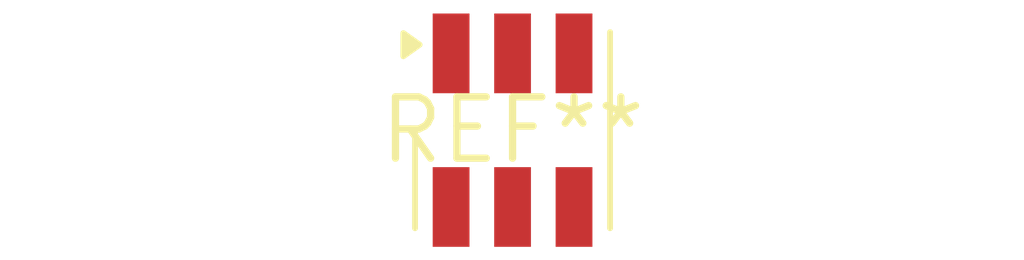
<source format=kicad_pcb>
(kicad_pcb (version 20240108) (generator pcbnew)
  (layers (0 "F.Cu" signal) (31 "B.Cu" signal) (34 "B.Paste" user) (35 "F.Paste" user) (36 "B.SilkS" user "B.Silkscreen") (37 "F.SilkS" user "F.Silkscreen") (38 "B.Mask" user) (39 "F.Mask" user) (44 "Edge.Cuts" user))
  (net 0 "")
  (footprint "Mini-Circuits_DB1627" (layer "F.Cu") (at 0 0)
    (property "Reference" "REF**")
    (property "Value" "Mini-Circuits_DB1627")
    (fp_line (start -2.015 0) (end -2.015 2.03) (layer "F.SilkS") (stroke (width 0.12)))
    (fp_line (start 2.015 -2.03) (end 2.015 2.03) (layer "F.SilkS") (stroke (width 0.12)))
    (fp_poly (pts (xy -1.92 -1.77) (xy -2.256 -1.53) (xy -2.256 -2.01) (xy -1.92 -1.77)) (layer "F.SilkS") (stroke (width 0.12)) (fill solid))
    (pad "1" smd rect (at -1.27 -1.59) (size 0.76 1.65) (layers "F.Cu" "F.Paste" "F.Mask"))
    (pad "2" smd rect (at 0 -1.59) (size 0.76 1.65) (layers "F.Cu" "F.Paste" "F.Mask"))
    (pad "3" smd rect (at 1.27 -1.59) (size 0.76 1.65) (layers "F.Cu" "F.Paste" "F.Mask"))
    (pad "4" smd rect (at 1.27 1.59) (size 0.76 1.65) (layers "F.Cu" "F.Paste" "F.Mask"))
    (pad "5" smd rect (at 0 1.59) (size 0.76 1.65) (layers "F.Cu" "F.Paste" "F.Mask"))
    (pad "6" smd rect (at -1.27 1.59) (size 0.76 1.65) (layers "F.Cu" "F.Paste" "F.Mask"))
  )
)
</source>
